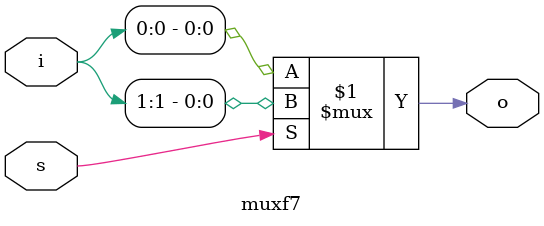
<source format=v>
module muxf7(i, s, o);
input [1:0] i;
input s;
output o;
assign o = s ? i[1] : i[0];
endmodule

</source>
